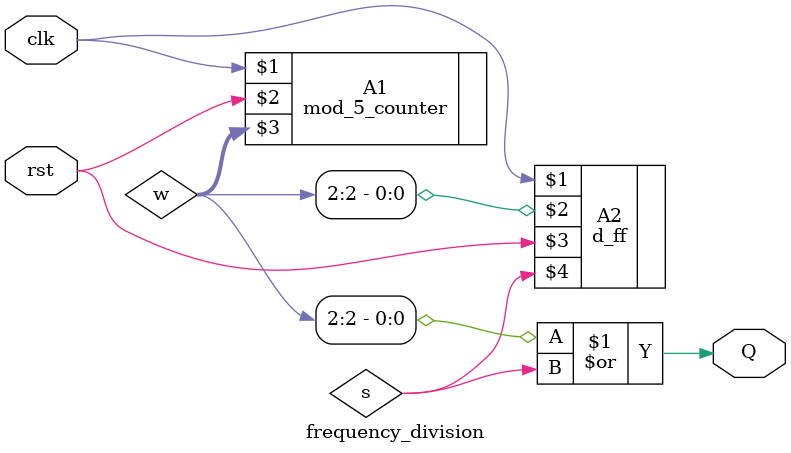
<source format=v>
module frequency_division(input rst,clk,output Q );
wire [2:0]w;
wire s;
mod_5_counter A1(clk,rst,w);
d_ff A2(clk,w[2],rst,s);
or A3(Q,w[2],s);
endmodule


</source>
